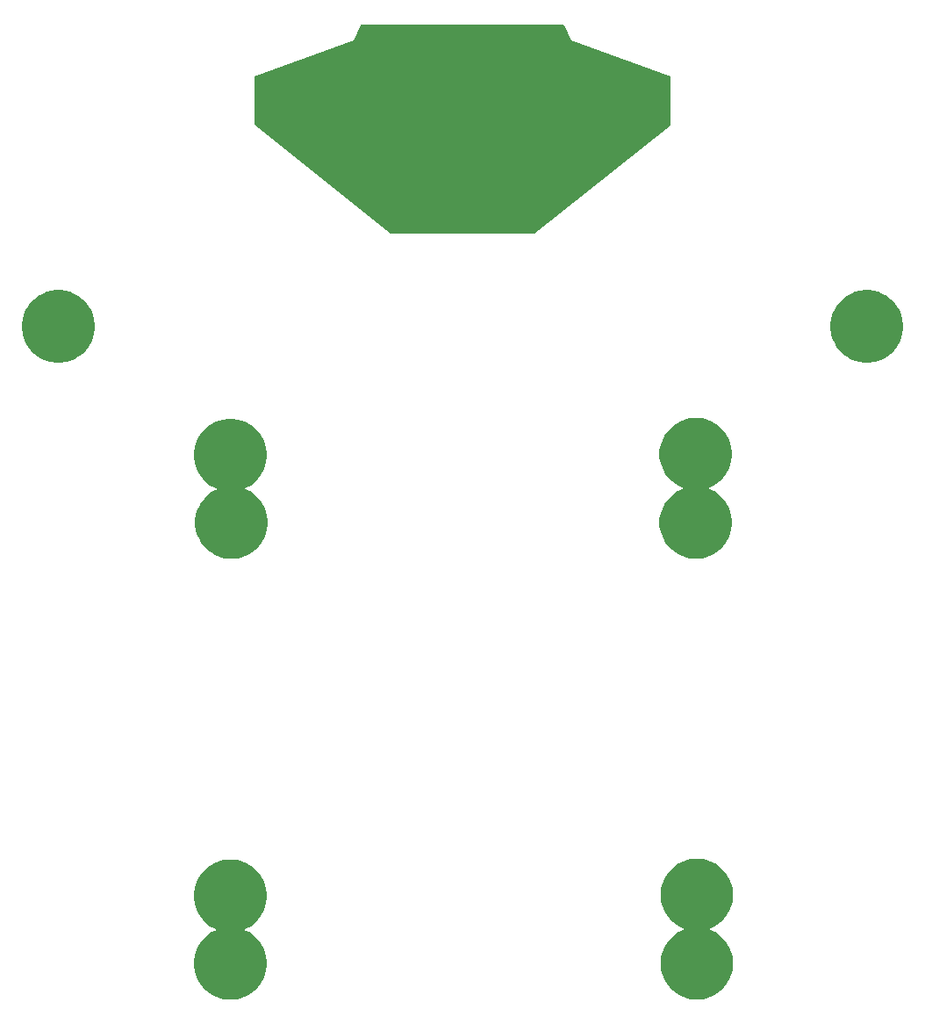
<source format=gko>
G04*
G04 #@! TF.GenerationSoftware,Altium Limited,Altium Designer,22.6.1 (34)*
G04*
G04 Layer_Color=16711935*
%FSLAX44Y44*%
%MOMM*%
G71*
G04*
G04 #@! TF.SameCoordinates,9900268D-5443-4670-A824-5D7C6AAB4451*
G04*
G04*
G04 #@! TF.FilePolarity,Positive*
G04*
G01*
G75*
G36*
X733373Y1000421D02*
X740317Y985530D01*
X835343Y950943D01*
X836004Y950000D01*
Y904569D01*
X835625Y903783D01*
X704088Y799214D01*
X703463Y798996D01*
X566537D01*
X565912Y799214D01*
X433996Y904569D01*
Y950000D01*
X434657Y950943D01*
X529683Y985530D01*
X536511Y1000174D01*
X536542Y1000348D01*
X536719Y1000655D01*
X536990Y1000883D01*
X537323Y1001004D01*
X732462D01*
X733373Y1000421D01*
D02*
G37*
G36*
X1031843Y744283D02*
X1036274Y743096D01*
X1040513Y741340D01*
X1044487Y739046D01*
X1048127Y736253D01*
X1051371Y733009D01*
X1054164Y729369D01*
X1056458Y725395D01*
X1058214Y721156D01*
X1059401Y716725D01*
X1060000Y712176D01*
Y709882D01*
Y707588D01*
X1059401Y703039D01*
X1058214Y698607D01*
X1056458Y694369D01*
X1054164Y690395D01*
X1051371Y686755D01*
X1048127Y683511D01*
X1044487Y680718D01*
X1040513Y678424D01*
X1036274Y676668D01*
X1031843Y675481D01*
X1027294Y674882D01*
X1022706D01*
X1018157Y675481D01*
X1013726Y676668D01*
X1009487Y678424D01*
X1005513Y680718D01*
X1001873Y683511D01*
X998629Y686755D01*
X995836Y690395D01*
X993542Y694369D01*
X991786Y698607D01*
X990599Y703039D01*
X990000Y707588D01*
Y709882D01*
Y712176D01*
X990599Y716725D01*
X991786Y721156D01*
X993542Y725395D01*
X995836Y729369D01*
X998629Y733009D01*
X1001873Y736253D01*
X1005513Y739046D01*
X1009487Y741340D01*
X1013726Y743096D01*
X1018157Y744283D01*
X1022706Y744882D01*
X1027294D01*
X1031843Y744283D01*
D02*
G37*
G36*
X251843D02*
X256275Y743096D01*
X260513Y741340D01*
X264487Y739046D01*
X268127Y736253D01*
X271371Y733009D01*
X274164Y729369D01*
X276458Y725395D01*
X278214Y721156D01*
X279401Y716725D01*
X280000Y712176D01*
Y709882D01*
Y707588D01*
X279401Y703039D01*
X278214Y698607D01*
X276458Y694369D01*
X274164Y690395D01*
X271371Y686755D01*
X268127Y683511D01*
X264487Y680718D01*
X260513Y678424D01*
X256275Y676668D01*
X251843Y675481D01*
X247294Y674882D01*
X242706D01*
X238157Y675481D01*
X233725Y676668D01*
X229487Y678424D01*
X225513Y680718D01*
X221873Y683511D01*
X218629Y686755D01*
X215836Y690395D01*
X213542Y694369D01*
X211786Y698607D01*
X210599Y703039D01*
X210000Y707588D01*
Y709882D01*
Y712176D01*
X210599Y716725D01*
X211786Y721156D01*
X213542Y725395D01*
X215836Y729369D01*
X218629Y733009D01*
X221873Y736253D01*
X225513Y739046D01*
X229487Y741340D01*
X233725Y743096D01*
X238157Y744283D01*
X242706Y744882D01*
X247294D01*
X251843Y744283D01*
D02*
G37*
G36*
X866843Y621283D02*
X871274Y620096D01*
X875513Y618340D01*
X879487Y616046D01*
X883127Y613253D01*
X886371Y610009D01*
X889164Y606369D01*
X891458Y602395D01*
X893214Y598157D01*
X894401Y593725D01*
X895000Y589176D01*
Y586882D01*
Y584588D01*
X894401Y580039D01*
X893214Y575607D01*
X891458Y571369D01*
X889164Y567395D01*
X886371Y563755D01*
X883127Y560511D01*
X879487Y557718D01*
X875513Y555424D01*
X871790Y553882D01*
X875513Y552340D01*
X879487Y550046D01*
X883127Y547253D01*
X886371Y544009D01*
X889164Y540369D01*
X891458Y536395D01*
X893214Y532156D01*
X894401Y527725D01*
X895000Y523176D01*
Y520882D01*
Y518588D01*
X894401Y514039D01*
X893214Y509608D01*
X891458Y505369D01*
X889164Y501395D01*
X886371Y497755D01*
X883127Y494511D01*
X879487Y491718D01*
X875513Y489424D01*
X871274Y487668D01*
X866843Y486481D01*
X862294Y485882D01*
X857706D01*
X853157Y486481D01*
X848726Y487668D01*
X844487Y489424D01*
X840513Y491718D01*
X836873Y494511D01*
X833629Y497755D01*
X830836Y501395D01*
X828542Y505369D01*
X826786Y509608D01*
X825599Y514039D01*
X825000Y518588D01*
Y520882D01*
Y523176D01*
X825599Y527725D01*
X826786Y532156D01*
X828542Y536395D01*
X830836Y540369D01*
X833629Y544009D01*
X836873Y547253D01*
X840513Y550046D01*
X844487Y552340D01*
X848210Y553882D01*
X844487Y555424D01*
X840513Y557718D01*
X836873Y560511D01*
X833629Y563755D01*
X830836Y567395D01*
X828542Y571369D01*
X826786Y575607D01*
X825599Y580039D01*
X825000Y584588D01*
Y586882D01*
Y589176D01*
X825599Y593725D01*
X826786Y598157D01*
X828542Y602395D01*
X830836Y606369D01*
X833629Y610009D01*
X836873Y613253D01*
X840513Y616046D01*
X844487Y618340D01*
X848726Y620096D01*
X853157Y621283D01*
X857706Y621882D01*
X862294D01*
X866843Y621283D01*
D02*
G37*
G36*
X417843Y620283D02*
X422275Y619096D01*
X426513Y617340D01*
X430487Y615046D01*
X434127Y612253D01*
X437371Y609009D01*
X440164Y605369D01*
X442458Y601395D01*
X444214Y597156D01*
X445401Y592725D01*
X446000Y588176D01*
Y585882D01*
Y583588D01*
X445401Y579039D01*
X444214Y574608D01*
X442458Y570369D01*
X440164Y566395D01*
X437371Y562755D01*
X434127Y559511D01*
X430487Y556718D01*
X426513Y554424D01*
X424497Y553589D01*
X427513Y552340D01*
X431487Y550046D01*
X435127Y547253D01*
X438371Y544009D01*
X441164Y540369D01*
X443458Y536395D01*
X445214Y532156D01*
X446401Y527725D01*
X447000Y523176D01*
Y520882D01*
Y518588D01*
X446401Y514039D01*
X445214Y509608D01*
X443458Y505369D01*
X441164Y501395D01*
X438371Y497755D01*
X435127Y494511D01*
X431487Y491718D01*
X427513Y489424D01*
X423274Y487668D01*
X418843Y486481D01*
X414294Y485882D01*
X409706D01*
X405157Y486481D01*
X400726Y487668D01*
X396487Y489424D01*
X392513Y491718D01*
X388873Y494511D01*
X385629Y497755D01*
X382836Y501395D01*
X380542Y505369D01*
X378786Y509608D01*
X377599Y514039D01*
X377000Y518588D01*
Y520882D01*
Y523176D01*
X377599Y527725D01*
X378786Y532156D01*
X380542Y536395D01*
X382836Y540369D01*
X385629Y544009D01*
X388873Y547253D01*
X392513Y550046D01*
X396487Y552340D01*
X398503Y553175D01*
X395487Y554424D01*
X391513Y556718D01*
X387873Y559511D01*
X384629Y562755D01*
X381836Y566395D01*
X379542Y570369D01*
X377786Y574608D01*
X376599Y579039D01*
X376000Y583588D01*
Y585882D01*
Y588176D01*
X376599Y592725D01*
X377786Y597156D01*
X379542Y601395D01*
X381836Y605369D01*
X384629Y609009D01*
X387873Y612253D01*
X391513Y615046D01*
X395487Y617340D01*
X399725Y619096D01*
X404157Y620283D01*
X408706Y620882D01*
X413294D01*
X417843Y620283D01*
D02*
G37*
G36*
X867843Y196283D02*
X872274Y195096D01*
X876513Y193340D01*
X880487Y191046D01*
X884127Y188253D01*
X887371Y185009D01*
X890164Y181369D01*
X892458Y177395D01*
X894214Y173157D01*
X895401Y168725D01*
X896000Y164176D01*
Y161882D01*
Y159588D01*
X895401Y155039D01*
X894214Y150608D01*
X892458Y146369D01*
X890164Y142395D01*
X887371Y138755D01*
X884127Y135511D01*
X880487Y132718D01*
X876513Y130424D01*
X872790Y128882D01*
X876513Y127340D01*
X880487Y125046D01*
X884127Y122253D01*
X887371Y119009D01*
X890164Y115369D01*
X892458Y111395D01*
X894214Y107156D01*
X895401Y102725D01*
X896000Y98176D01*
Y95882D01*
Y93588D01*
X895401Y89039D01*
X894214Y84607D01*
X892458Y80369D01*
X890164Y76395D01*
X887371Y72755D01*
X884127Y69511D01*
X880487Y66718D01*
X876513Y64424D01*
X872274Y62668D01*
X867843Y61481D01*
X863294Y60882D01*
X858706D01*
X854157Y61481D01*
X849725Y62668D01*
X845487Y64424D01*
X841513Y66718D01*
X837873Y69511D01*
X834629Y72755D01*
X831836Y76395D01*
X829542Y80369D01*
X827786Y84607D01*
X826599Y89039D01*
X826000Y93588D01*
Y95882D01*
Y98176D01*
X826599Y102725D01*
X827786Y107156D01*
X829542Y111395D01*
X831836Y115369D01*
X834629Y119009D01*
X837873Y122253D01*
X841513Y125046D01*
X845487Y127340D01*
X849210Y128882D01*
X845487Y130424D01*
X841513Y132718D01*
X837873Y135511D01*
X834629Y138755D01*
X831836Y142395D01*
X829542Y146369D01*
X827786Y150608D01*
X826599Y155039D01*
X826000Y159588D01*
Y161882D01*
Y164176D01*
X826599Y168725D01*
X827786Y173157D01*
X829542Y177395D01*
X831836Y181369D01*
X834629Y185009D01*
X837873Y188253D01*
X841513Y191046D01*
X845487Y193340D01*
X849725Y195096D01*
X854157Y196283D01*
X858706Y196882D01*
X863294D01*
X867843Y196283D01*
D02*
G37*
G36*
X417843Y195283D02*
X422275Y194096D01*
X426513Y192340D01*
X430487Y190046D01*
X434127Y187253D01*
X437371Y184009D01*
X440164Y180369D01*
X442458Y176395D01*
X444214Y172157D01*
X445401Y167725D01*
X446000Y163176D01*
Y160882D01*
Y158588D01*
X445401Y154039D01*
X444214Y149607D01*
X442458Y145369D01*
X440164Y141395D01*
X437371Y137755D01*
X434127Y134511D01*
X430487Y131718D01*
X426513Y129424D01*
X423997Y128382D01*
X426513Y127340D01*
X430487Y125046D01*
X434127Y122253D01*
X437371Y119009D01*
X440164Y115369D01*
X442458Y111395D01*
X444214Y107156D01*
X445401Y102725D01*
X446000Y98176D01*
Y95882D01*
Y93588D01*
X445401Y89039D01*
X444214Y84607D01*
X442458Y80369D01*
X440164Y76395D01*
X437371Y72755D01*
X434127Y69511D01*
X430487Y66718D01*
X426513Y64424D01*
X422275Y62668D01*
X417843Y61481D01*
X413294Y60882D01*
X408706D01*
X404157Y61481D01*
X399725Y62668D01*
X395487Y64424D01*
X391513Y66718D01*
X387873Y69511D01*
X384629Y72755D01*
X381836Y76395D01*
X379542Y80369D01*
X377786Y84607D01*
X376599Y89039D01*
X376000Y93588D01*
Y95882D01*
Y98176D01*
X376599Y102725D01*
X377786Y107156D01*
X379542Y111395D01*
X381836Y115369D01*
X384629Y119009D01*
X387873Y122253D01*
X391513Y125046D01*
X395487Y127340D01*
X398003Y128382D01*
X395487Y129424D01*
X391513Y131718D01*
X387873Y134511D01*
X384629Y137755D01*
X381836Y141395D01*
X379542Y145369D01*
X377786Y149607D01*
X376599Y154039D01*
X376000Y158588D01*
Y160882D01*
Y163176D01*
X376599Y167725D01*
X377786Y172157D01*
X379542Y176395D01*
X381836Y180369D01*
X384629Y184009D01*
X387873Y187253D01*
X391513Y190046D01*
X395487Y192340D01*
X399725Y194096D01*
X404157Y195283D01*
X408706Y195882D01*
X413294D01*
X417843Y195283D01*
D02*
G37*
M02*

</source>
